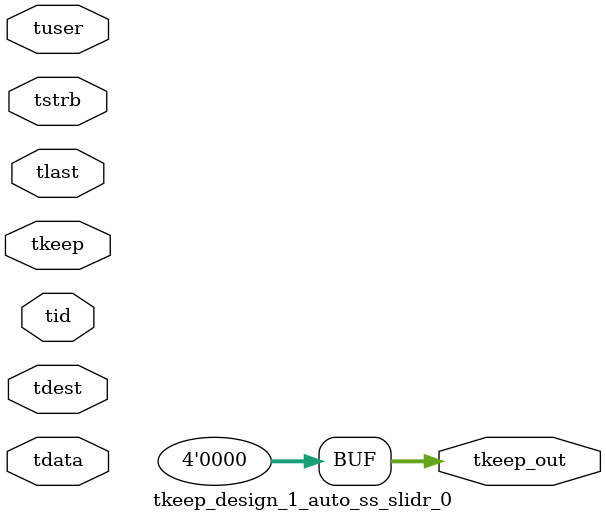
<source format=v>


`timescale 1ps/1ps

module tkeep_design_1_auto_ss_slidr_0 #
(
parameter C_S_AXIS_TDATA_WIDTH = 32,
parameter C_S_AXIS_TUSER_WIDTH = 0,
parameter C_S_AXIS_TID_WIDTH   = 0,
parameter C_S_AXIS_TDEST_WIDTH = 0,
parameter C_M_AXIS_TDATA_WIDTH = 32
)
(
input  [(C_S_AXIS_TDATA_WIDTH == 0 ? 1 : C_S_AXIS_TDATA_WIDTH)-1:0     ] tdata,
input  [(C_S_AXIS_TUSER_WIDTH == 0 ? 1 : C_S_AXIS_TUSER_WIDTH)-1:0     ] tuser,
input  [(C_S_AXIS_TID_WIDTH   == 0 ? 1 : C_S_AXIS_TID_WIDTH)-1:0       ] tid,
input  [(C_S_AXIS_TDEST_WIDTH == 0 ? 1 : C_S_AXIS_TDEST_WIDTH)-1:0     ] tdest,
input  [(C_S_AXIS_TDATA_WIDTH/8)-1:0 ] tkeep,
input  [(C_S_AXIS_TDATA_WIDTH/8)-1:0 ] tstrb,
input                                                                    tlast,
output [(C_M_AXIS_TDATA_WIDTH/8)-1:0 ] tkeep_out
);

assign tkeep_out = {1'b0};

endmodule


</source>
